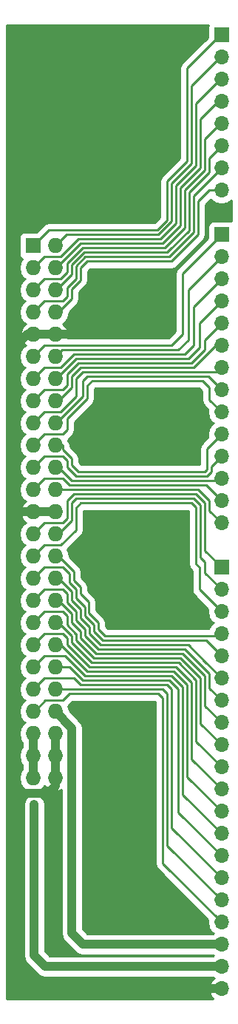
<source format=gbr>
G04 #@! TF.FileFunction,Copper,L2,Bot,Signal*
%FSLAX46Y46*%
G04 Gerber Fmt 4.6, Leading zero omitted, Abs format (unit mm)*
G04 Created by KiCad (PCBNEW 4.0.7) date 05/21/18 18:47:21*
%MOMM*%
%LPD*%
G01*
G04 APERTURE LIST*
%ADD10C,0.100000*%
%ADD11R,1.700000X1.700000*%
%ADD12O,1.700000X1.700000*%
%ADD13R,1.727200X1.727200*%
%ADD14O,1.727200X1.727200*%
%ADD15C,0.800000*%
%ADD16C,0.250000*%
%ADD17C,1.000000*%
%ADD18C,0.254000*%
G04 APERTURE END LIST*
D10*
D11*
X161925000Y-101600000D03*
D12*
X161925000Y-104140000D03*
X161925000Y-106680000D03*
X161925000Y-109220000D03*
X161925000Y-111760000D03*
X161925000Y-114300000D03*
X161925000Y-116840000D03*
X161925000Y-119380000D03*
X161925000Y-121920000D03*
X161925000Y-124460000D03*
X161925000Y-127000000D03*
X161925000Y-129540000D03*
X161925000Y-132080000D03*
X161925000Y-134620000D03*
X161925000Y-137160000D03*
X161925000Y-139700000D03*
X161925000Y-142240000D03*
X161925000Y-144780000D03*
X161925000Y-147320000D03*
X161925000Y-149860000D03*
D13*
X140335000Y-64770000D03*
D14*
X142875000Y-64770000D03*
X140335000Y-67310000D03*
X142875000Y-67310000D03*
X140335000Y-69850000D03*
X142875000Y-69850000D03*
X140335000Y-72390000D03*
X142875000Y-72390000D03*
X140335000Y-74930000D03*
X142875000Y-74930000D03*
X140335000Y-77470000D03*
X142875000Y-77470000D03*
X140335000Y-80010000D03*
X142875000Y-80010000D03*
X140335000Y-82550000D03*
X142875000Y-82550000D03*
X140335000Y-85090000D03*
X142875000Y-85090000D03*
X140335000Y-87630000D03*
X142875000Y-87630000D03*
X140335000Y-90170000D03*
X142875000Y-90170000D03*
X140335000Y-92710000D03*
X142875000Y-92710000D03*
X140335000Y-95250000D03*
X142875000Y-95250000D03*
X140335000Y-97790000D03*
X142875000Y-97790000D03*
X140335000Y-100330000D03*
X142875000Y-100330000D03*
X140335000Y-102870000D03*
X142875000Y-102870000D03*
X140335000Y-105410000D03*
X142875000Y-105410000D03*
X140335000Y-107950000D03*
X142875000Y-107950000D03*
X140335000Y-110490000D03*
X142875000Y-110490000D03*
X140335000Y-113030000D03*
X142875000Y-113030000D03*
X140335000Y-115570000D03*
X142875000Y-115570000D03*
X140335000Y-118110000D03*
X142875000Y-118110000D03*
X140335000Y-120650000D03*
X142875000Y-120650000D03*
X140335000Y-123190000D03*
X142875000Y-123190000D03*
X140335000Y-125730000D03*
X142875000Y-125730000D03*
D11*
X161925000Y-40640000D03*
D12*
X161925000Y-43180000D03*
X161925000Y-45720000D03*
X161925000Y-48260000D03*
X161925000Y-50800000D03*
X161925000Y-53340000D03*
X161925000Y-55880000D03*
X161925000Y-58420000D03*
D11*
X161925000Y-63500000D03*
D12*
X161925000Y-66040000D03*
X161925000Y-68580000D03*
X161925000Y-71120000D03*
X161925000Y-73660000D03*
X161925000Y-76200000D03*
X161925000Y-78740000D03*
X161925000Y-81280000D03*
X161925000Y-83820000D03*
X161925000Y-86360000D03*
X161925000Y-88900000D03*
X161925000Y-91440000D03*
X161925000Y-93980000D03*
X161925000Y-96520000D03*
D15*
X145034000Y-117856000D03*
X145034000Y-100076000D03*
X145034000Y-86868000D03*
X145288000Y-74930000D03*
X140462000Y-128778000D03*
D16*
X155702000Y-57404000D02*
X157988000Y-55118000D01*
X157988000Y-55118000D02*
X157988000Y-44450000D01*
X154178000Y-62992000D02*
X154557602Y-62992000D01*
X155702000Y-61847602D02*
X155702000Y-57404000D01*
X154557602Y-62992000D02*
X155702000Y-61847602D01*
X161925000Y-40640000D02*
X161798000Y-40640000D01*
X161798000Y-40640000D02*
X157988000Y-44450000D01*
X142113000Y-62992000D02*
X140335000Y-64770000D01*
X154178000Y-62992000D02*
X142113000Y-62992000D01*
X156210000Y-57658000D02*
X158496000Y-55372000D01*
X158496000Y-55372000D02*
X158496000Y-46482000D01*
X161925000Y-43180000D02*
X161798000Y-43180000D01*
X161798000Y-43180000D02*
X158496000Y-46482000D01*
X144145000Y-63500000D02*
X142875000Y-64770000D01*
X154686000Y-63500000D02*
X144145000Y-63500000D01*
X156210000Y-61976000D02*
X154686000Y-63500000D01*
X156210000Y-57658000D02*
X156210000Y-61976000D01*
X156718000Y-57912000D02*
X159004000Y-55626000D01*
X159004000Y-55626000D02*
X159004000Y-48514000D01*
X161925000Y-45720000D02*
X161798000Y-45720000D01*
X161798000Y-45720000D02*
X159004000Y-48514000D01*
X141605000Y-66040000D02*
X140335000Y-67310000D01*
X143510000Y-66040000D02*
X141605000Y-66040000D01*
X145542000Y-64008000D02*
X143510000Y-66040000D01*
X154940000Y-64008000D02*
X145542000Y-64008000D01*
X156718000Y-62230000D02*
X154940000Y-64008000D01*
X156718000Y-57912000D02*
X156718000Y-62230000D01*
X157226000Y-58166000D02*
X159512000Y-55880000D01*
X159512000Y-55880000D02*
X159512000Y-50292000D01*
X161925000Y-48260000D02*
X161544000Y-48260000D01*
X161544000Y-48260000D02*
X159512000Y-50292000D01*
X145796000Y-64516000D02*
X143002000Y-67310000D01*
X155194000Y-64516000D02*
X145796000Y-64516000D01*
X157226000Y-62484000D02*
X155194000Y-64516000D01*
X157226000Y-58166000D02*
X157226000Y-62484000D01*
X143002000Y-67310000D02*
X142875000Y-67310000D01*
X157734000Y-58420000D02*
X160020000Y-56134000D01*
X160020000Y-56134000D02*
X160020000Y-52520002D01*
X160020000Y-52520002D02*
X160020000Y-52578000D01*
X160020000Y-52578000D02*
X160020000Y-52520002D01*
X161925000Y-50800000D02*
X161740002Y-50800000D01*
X161740002Y-50800000D02*
X160020000Y-52520002D01*
X141605000Y-68580000D02*
X140335000Y-69850000D01*
X143510000Y-68580000D02*
X141605000Y-68580000D01*
X144272000Y-67818000D02*
X143510000Y-68580000D01*
X144272000Y-66802000D02*
X144272000Y-67818000D01*
X146050000Y-65024000D02*
X144272000Y-66802000D01*
X155448000Y-65024000D02*
X146050000Y-65024000D01*
X157734000Y-62738000D02*
X155448000Y-65024000D01*
X157734000Y-58420000D02*
X157734000Y-62738000D01*
X158184002Y-58674000D02*
X160528000Y-56330002D01*
X160528000Y-56330002D02*
X160528000Y-54737000D01*
X155956000Y-65278000D02*
X155702000Y-65532000D01*
X146188004Y-65532000D02*
X144780000Y-66940004D01*
X155702000Y-65532000D02*
X146188004Y-65532000D01*
X161925000Y-53340000D02*
X160528000Y-54737000D01*
X144780000Y-68072000D02*
X143002000Y-69850000D01*
X144780000Y-66940004D02*
X144780000Y-68072000D01*
X158184002Y-63049998D02*
X155956000Y-65278000D01*
X158184002Y-58674000D02*
X158184002Y-63049998D01*
X143002000Y-69850000D02*
X142875000Y-69850000D01*
X155956000Y-66040000D02*
X146558000Y-66040000D01*
X145288000Y-67068402D02*
X145288000Y-68580000D01*
X146316402Y-66040000D02*
X145288000Y-67068402D01*
X146558000Y-66040000D02*
X146316402Y-66040000D01*
X161925000Y-55880000D02*
X158750000Y-59055000D01*
X141605000Y-71120000D02*
X140335000Y-72390000D01*
X145288000Y-68580000D02*
X144272000Y-69596000D01*
X144272000Y-69596000D02*
X144272000Y-70612000D01*
X144272000Y-70612000D02*
X143764000Y-71120000D01*
X143764000Y-71120000D02*
X141605000Y-71120000D01*
X158750000Y-63246000D02*
X155956000Y-66040000D01*
X158750000Y-59055000D02*
X158750000Y-63246000D01*
X161925000Y-58420000D02*
X160528000Y-58420000D01*
X144780000Y-70866000D02*
X143256000Y-72390000D01*
X144780000Y-69724398D02*
X144780000Y-70866000D01*
X145796000Y-68708398D02*
X144780000Y-69724398D01*
X145796000Y-67310000D02*
X145796000Y-68708398D01*
X146558000Y-66548000D02*
X145796000Y-67310000D01*
X156210000Y-66548000D02*
X146558000Y-66548000D01*
X159258000Y-63500000D02*
X156210000Y-66548000D01*
X159258000Y-59690000D02*
X159258000Y-63500000D01*
X160528000Y-58420000D02*
X159258000Y-59690000D01*
X143256000Y-72390000D02*
X142875000Y-72390000D01*
D17*
X142875000Y-74930000D02*
X145288000Y-74930000D01*
X161925000Y-149860000D02*
X139700000Y-149860000D01*
X138430000Y-148590000D02*
X138430000Y-127508000D01*
X139700000Y-149860000D02*
X138430000Y-148590000D01*
X142875000Y-125730000D02*
X142875000Y-126619000D01*
X142875000Y-126619000D02*
X141986000Y-127508000D01*
X141986000Y-127508000D02*
X138430000Y-127508000D01*
X142875000Y-120650000D02*
X142875000Y-123190000D01*
X142875000Y-123190000D02*
X142875000Y-125730000D01*
X142875000Y-95250000D02*
X140335000Y-95250000D01*
X140335000Y-95250000D02*
X138430000Y-95250000D01*
X142875000Y-74930000D02*
X140335000Y-74930000D01*
X140335000Y-74930000D02*
X139700000Y-74930000D01*
X139700000Y-74930000D02*
X138430000Y-76200000D01*
X138430000Y-76200000D02*
X138430000Y-95250000D01*
X138430000Y-95250000D02*
X138430000Y-127508000D01*
D16*
X140335000Y-77470000D02*
X141605000Y-76200000D01*
X157480000Y-67945000D02*
X161925000Y-63500000D01*
X157480000Y-74930000D02*
X157480000Y-67945000D01*
X156210000Y-76200000D02*
X157480000Y-74930000D01*
X141605000Y-76200000D02*
X156210000Y-76200000D01*
X142875000Y-77470000D02*
X143637000Y-76708000D01*
X143637000Y-76708000D02*
X156972000Y-76708000D01*
X158115000Y-69850000D02*
X161925000Y-66040000D01*
X158115000Y-75565000D02*
X158115000Y-69850000D01*
X156972000Y-76708000D02*
X158115000Y-75565000D01*
X143510000Y-78740000D02*
X145034000Y-77216000D01*
X145034000Y-77216000D02*
X157734000Y-77216000D01*
X140335000Y-80010000D02*
X141605000Y-78740000D01*
X158750000Y-71755000D02*
X161925000Y-68580000D01*
X158750000Y-76200000D02*
X158750000Y-71755000D01*
X157734000Y-77216000D02*
X158750000Y-76200000D01*
X141605000Y-78740000D02*
X143510000Y-78740000D01*
X159385000Y-76454000D02*
X158115000Y-77724000D01*
X158115000Y-77724000D02*
X157988000Y-77724000D01*
X142875000Y-80010000D02*
X143383000Y-79502000D01*
X143383000Y-79502000D02*
X143510000Y-79502000D01*
X143510000Y-79502000D02*
X145288000Y-77724000D01*
X145288000Y-77724000D02*
X157988000Y-77724000D01*
X159385000Y-73660000D02*
X161925000Y-71120000D01*
X159385000Y-76454000D02*
X159385000Y-73660000D01*
X143764000Y-81280000D02*
X144272000Y-80772000D01*
X158496000Y-78232000D02*
X160020000Y-76708000D01*
X145542000Y-78232000D02*
X158496000Y-78232000D01*
X144272000Y-79502000D02*
X145542000Y-78232000D01*
X144272000Y-80772000D02*
X144272000Y-79502000D01*
X140335000Y-82550000D02*
X141605000Y-81280000D01*
X160020000Y-75565000D02*
X161925000Y-73660000D01*
X160020000Y-76708000D02*
X160020000Y-75565000D01*
X141605000Y-81280000D02*
X143764000Y-81280000D01*
X142875000Y-82550000D02*
X143256000Y-82550000D01*
X143256000Y-82550000D02*
X144780000Y-81026000D01*
X158750000Y-78740000D02*
X161290000Y-76200000D01*
X145796000Y-78740000D02*
X158750000Y-78740000D01*
X144780000Y-79756000D02*
X145796000Y-78740000D01*
X144780000Y-81026000D02*
X144780000Y-79756000D01*
X161290000Y-76200000D02*
X161925000Y-76200000D01*
X143510000Y-83820000D02*
X145288000Y-82042000D01*
X146050000Y-79248000D02*
X161417000Y-79248000D01*
X145288000Y-80010000D02*
X146050000Y-79248000D01*
X145288000Y-82042000D02*
X145288000Y-80010000D01*
X161417000Y-79248000D02*
X161925000Y-78740000D01*
X140335000Y-85090000D02*
X141605000Y-83820000D01*
X141605000Y-83820000D02*
X143510000Y-83820000D01*
X146050000Y-82042000D02*
X146050000Y-80264000D01*
X160401000Y-79756000D02*
X161925000Y-81280000D01*
X146558000Y-79756000D02*
X160401000Y-79756000D01*
X146050000Y-80264000D02*
X146558000Y-79756000D01*
X142875000Y-85090000D02*
X143002000Y-85090000D01*
X143002000Y-85090000D02*
X146050000Y-82042000D01*
X143764000Y-86360000D02*
X144272000Y-85852000D01*
X160528000Y-81026000D02*
X160528000Y-82423000D01*
X159708002Y-80206002D02*
X160528000Y-81026000D01*
X147123998Y-80206002D02*
X159708002Y-80206002D01*
X146558000Y-80772000D02*
X147123998Y-80206002D01*
X146558000Y-82296000D02*
X146558000Y-80772000D01*
X144272000Y-84582000D02*
X146558000Y-82296000D01*
X144272000Y-85852000D02*
X144272000Y-84582000D01*
X160528000Y-82423000D02*
X161925000Y-83820000D01*
X140335000Y-87630000D02*
X141605000Y-86360000D01*
X141605000Y-86360000D02*
X143764000Y-86360000D01*
X142875000Y-87630000D02*
X143764000Y-87630000D01*
X160274000Y-88011000D02*
X161925000Y-86360000D01*
X160274000Y-90424000D02*
X160274000Y-88011000D01*
X160020000Y-90678000D02*
X160274000Y-90424000D01*
X145542000Y-90678000D02*
X160020000Y-90678000D01*
X144780000Y-89916000D02*
X145542000Y-90678000D01*
X144780000Y-89154000D02*
X144780000Y-89916000D01*
X143764000Y-88138000D02*
X144780000Y-89154000D01*
X143764000Y-87630000D02*
X143764000Y-88138000D01*
X143764000Y-88900000D02*
X144272000Y-89408000D01*
X144272000Y-89408000D02*
X144272000Y-90170000D01*
X160782000Y-90043000D02*
X161925000Y-88900000D01*
X160782000Y-90678000D02*
X160782000Y-90043000D01*
X160274000Y-91186000D02*
X160782000Y-90678000D01*
X145288000Y-91186000D02*
X160274000Y-91186000D01*
X144272000Y-90170000D02*
X145288000Y-91186000D01*
X140335000Y-90170000D02*
X141605000Y-88900000D01*
X141605000Y-88900000D02*
X143764000Y-88900000D01*
X142875000Y-90170000D02*
X143256000Y-90170000D01*
X143256000Y-90170000D02*
X144780000Y-91694000D01*
X144780000Y-91694000D02*
X161671000Y-91694000D01*
X161671000Y-91694000D02*
X161925000Y-91440000D01*
X143764000Y-91440000D02*
X144526000Y-92202000D01*
X160147000Y-92202000D02*
X161925000Y-93980000D01*
X159004000Y-92202000D02*
X160147000Y-92202000D01*
X144526000Y-92202000D02*
X159004000Y-92202000D01*
X141605000Y-91440000D02*
X140335000Y-92710000D01*
X143764000Y-91440000D02*
X141605000Y-91440000D01*
X156210000Y-92710000D02*
X159258000Y-92710000D01*
X160528000Y-95123000D02*
X161925000Y-96520000D01*
X160528000Y-93980000D02*
X160528000Y-95123000D01*
X159258000Y-92710000D02*
X160528000Y-93980000D01*
X142875000Y-92710000D02*
X156210000Y-92710000D01*
X143764000Y-96520000D02*
X144272000Y-96012000D01*
X160020000Y-94234000D02*
X160020000Y-99695000D01*
X159004000Y-93218000D02*
X160020000Y-94234000D01*
X145034000Y-93218000D02*
X159004000Y-93218000D01*
X144272000Y-93980000D02*
X145034000Y-93218000D01*
X144272000Y-96012000D02*
X144272000Y-93980000D01*
X140335000Y-97790000D02*
X141605000Y-96520000D01*
X160020000Y-99695000D02*
X161925000Y-101600000D01*
X141605000Y-96520000D02*
X143764000Y-96520000D01*
X142875000Y-97790000D02*
X143256000Y-97790000D01*
X143256000Y-97790000D02*
X144780000Y-96266000D01*
X159512000Y-94488000D02*
X159512000Y-100457000D01*
X158750000Y-93726000D02*
X159512000Y-94488000D01*
X145288000Y-93726000D02*
X158750000Y-93726000D01*
X144780000Y-94234000D02*
X145288000Y-93726000D01*
X144780000Y-96266000D02*
X144780000Y-94234000D01*
X160020000Y-102235000D02*
X161925000Y-104140000D01*
X160020000Y-100965000D02*
X160020000Y-102235000D01*
X159512000Y-100457000D02*
X160020000Y-100965000D01*
X143510000Y-99060000D02*
X145230002Y-97339998D01*
X159004000Y-94742000D02*
X159004000Y-101219000D01*
X158496000Y-94234000D02*
X159004000Y-94742000D01*
X145796000Y-94234000D02*
X158496000Y-94234000D01*
X145230002Y-94799998D02*
X145796000Y-94234000D01*
X145230002Y-97339998D02*
X145230002Y-94799998D01*
X140335000Y-100330000D02*
X141605000Y-99060000D01*
X159385000Y-104140000D02*
X161925000Y-106680000D01*
X159385000Y-101600000D02*
X159385000Y-104140000D01*
X159004000Y-101219000D02*
X159385000Y-101600000D01*
X141605000Y-99060000D02*
X143510000Y-99060000D01*
X147828000Y-107950000D02*
X147828000Y-108712000D01*
X148590000Y-109474000D02*
X149860000Y-109474000D01*
X147828000Y-108712000D02*
X148590000Y-109474000D01*
X142875000Y-100330000D02*
X143256000Y-100330000D01*
X143256000Y-100330000D02*
X144976002Y-102050002D01*
X149860000Y-109474000D02*
X161671000Y-109474000D01*
X146696004Y-106818004D02*
X147828000Y-107950000D01*
X146696004Y-105548004D02*
X146696004Y-106818004D01*
X145796000Y-104648000D02*
X146696004Y-105548004D01*
X145796000Y-103886000D02*
X145796000Y-104648000D01*
X144976002Y-103066002D02*
X145796000Y-103886000D01*
X144976002Y-102050002D02*
X144976002Y-103066002D01*
X161671000Y-109474000D02*
X161925000Y-109220000D01*
X143764000Y-101600000D02*
X144526000Y-102362000D01*
X160147000Y-109982000D02*
X161925000Y-111760000D01*
X148336000Y-109982000D02*
X160147000Y-109982000D01*
X147320000Y-108966000D02*
X148336000Y-109982000D01*
X147320000Y-108204000D02*
X147320000Y-108966000D01*
X146246002Y-107130002D02*
X147320000Y-108204000D01*
X146246002Y-106114002D02*
X146246002Y-107130002D01*
X145288000Y-105156000D02*
X146246002Y-106114002D01*
X145288000Y-104140000D02*
X145288000Y-105156000D01*
X144526000Y-103378000D02*
X145288000Y-104140000D01*
X144526000Y-102362000D02*
X144526000Y-103378000D01*
X140335000Y-102870000D02*
X141605000Y-101600000D01*
X141605000Y-101600000D02*
X143764000Y-101600000D01*
X142875000Y-102870000D02*
X143256000Y-102870000D01*
X143256000Y-102870000D02*
X144780000Y-104394000D01*
X158115000Y-110490000D02*
X160020000Y-112395000D01*
X148082000Y-110490000D02*
X158115000Y-110490000D01*
X146812000Y-109220000D02*
X148082000Y-110490000D01*
X146812000Y-108458000D02*
X146812000Y-109220000D01*
X145796000Y-107442000D02*
X146812000Y-108458000D01*
X145796000Y-106426000D02*
X145796000Y-107442000D01*
X144780000Y-105410000D02*
X145796000Y-106426000D01*
X144780000Y-104394000D02*
X144780000Y-105410000D01*
X160020000Y-112395000D02*
X161925000Y-114300000D01*
X156464000Y-110998000D02*
X157734000Y-110998000D01*
X160528000Y-113792000D02*
X160528000Y-115443000D01*
X157734000Y-110998000D02*
X160528000Y-113792000D01*
X160528000Y-115443000D02*
X161925000Y-116840000D01*
X144272000Y-104648000D02*
X144272000Y-105664000D01*
X144272000Y-105664000D02*
X145288000Y-106680000D01*
X145288000Y-106680000D02*
X145288000Y-107696000D01*
X145288000Y-107696000D02*
X146304000Y-108712000D01*
X146304000Y-108712000D02*
X146304000Y-109474000D01*
X146304000Y-109474000D02*
X147828000Y-110998000D01*
X147828000Y-110998000D02*
X156464000Y-110998000D01*
X144272000Y-104648000D02*
X143764000Y-104140000D01*
X140335000Y-105410000D02*
X141605000Y-104140000D01*
X141605000Y-104140000D02*
X143764000Y-104140000D01*
X160020000Y-116840000D02*
X160020000Y-117475000D01*
X160020000Y-117475000D02*
X161925000Y-119380000D01*
X156210000Y-111506000D02*
X157480000Y-111506000D01*
X160020000Y-114046000D02*
X160020000Y-116840000D01*
X157480000Y-111506000D02*
X160020000Y-114046000D01*
X144780000Y-106934000D02*
X144780000Y-107950000D01*
X144780000Y-107950000D02*
X145796000Y-108966000D01*
X145796000Y-108966000D02*
X145796000Y-109728000D01*
X145796000Y-109728000D02*
X147574000Y-111506000D01*
X147574000Y-111506000D02*
X156210000Y-111506000D01*
X144780000Y-106934000D02*
X143256000Y-105410000D01*
X142875000Y-105410000D02*
X143256000Y-105410000D01*
X160020000Y-117475000D02*
X161925000Y-119380000D01*
X155956000Y-112014000D02*
X157226000Y-112014000D01*
X159512000Y-114300000D02*
X159512000Y-119507000D01*
X157226000Y-112014000D02*
X159512000Y-114300000D01*
X144272000Y-107188000D02*
X144272000Y-108204000D01*
X144272000Y-108204000D02*
X145225199Y-109157199D01*
X145225199Y-109157199D02*
X145288000Y-109220000D01*
X145288000Y-109220000D02*
X145288000Y-109982000D01*
X145288000Y-109982000D02*
X147320000Y-112014000D01*
X147320000Y-112014000D02*
X155956000Y-112014000D01*
X144272000Y-107188000D02*
X143764000Y-106680000D01*
X140335000Y-107950000D02*
X141605000Y-106680000D01*
X141605000Y-106680000D02*
X143764000Y-106680000D01*
X159512000Y-119507000D02*
X161925000Y-121920000D01*
X146050000Y-111506000D02*
X147066000Y-112522000D01*
X155702000Y-112522000D02*
X157029998Y-112522000D01*
X159004000Y-114496002D02*
X159004000Y-121539000D01*
X157029998Y-112522000D02*
X159004000Y-114496002D01*
X142875000Y-107950000D02*
X143256000Y-107950000D01*
X143256000Y-107950000D02*
X144780000Y-109474000D01*
X147066000Y-112522000D02*
X155702000Y-112522000D01*
X144780000Y-110236000D02*
X146050000Y-111506000D01*
X144780000Y-109474000D02*
X144780000Y-110236000D01*
X159004000Y-121539000D02*
X161925000Y-124460000D01*
X145484002Y-111702002D02*
X146812000Y-113030000D01*
X155194000Y-113030000D02*
X156718000Y-113030000D01*
X158496000Y-114808000D02*
X158496000Y-123571000D01*
X156718000Y-113030000D02*
X158496000Y-114808000D01*
X158496000Y-123571000D02*
X158496000Y-123444000D01*
X158496000Y-123444000D02*
X158496000Y-123571000D01*
X144272000Y-109728000D02*
X144272000Y-110490000D01*
X144272000Y-110490000D02*
X145484002Y-111702002D01*
X146812000Y-113030000D02*
X155194000Y-113030000D01*
X144272000Y-109728000D02*
X143764000Y-109220000D01*
X140335000Y-110490000D02*
X141605000Y-109220000D01*
X141605000Y-109220000D02*
X143764000Y-109220000D01*
X158496000Y-123571000D02*
X161925000Y-127000000D01*
X145034000Y-112014000D02*
X146558000Y-113538000D01*
X154686000Y-113538000D02*
X156464000Y-113538000D01*
X157988000Y-115062000D02*
X157988000Y-125603000D01*
X156464000Y-113538000D02*
X157988000Y-115062000D01*
X142875000Y-110490000D02*
X143510000Y-110490000D01*
X143510000Y-110490000D02*
X145034000Y-112014000D01*
X146558000Y-113538000D02*
X154686000Y-113538000D01*
X157988000Y-125603000D02*
X161925000Y-129540000D01*
X144526000Y-112268000D02*
X146304000Y-114046000D01*
X154432000Y-114046000D02*
X156210000Y-114046000D01*
X157480000Y-115316000D02*
X157480000Y-127635000D01*
X156210000Y-114046000D02*
X157480000Y-115316000D01*
X146304000Y-114046000D02*
X154432000Y-114046000D01*
X144526000Y-112268000D02*
X144018000Y-111760000D01*
X140335000Y-113030000D02*
X141605000Y-111760000D01*
X141605000Y-111760000D02*
X144018000Y-111760000D01*
X157480000Y-127635000D02*
X161925000Y-132080000D01*
X142875000Y-113030000D02*
X144526000Y-113030000D01*
X144526000Y-113030000D02*
X146050000Y-114554000D01*
X154178000Y-114554000D02*
X155956000Y-114554000D01*
X156972000Y-129667000D02*
X161925000Y-134620000D01*
X146050000Y-114554000D02*
X154178000Y-114554000D01*
X155956000Y-114554000D02*
X156972000Y-115570000D01*
X156972000Y-115570000D02*
X156972000Y-129667000D01*
X142875000Y-113030000D02*
X143256000Y-113030000D01*
X143764000Y-114300000D02*
X144976002Y-114300000D01*
X144976002Y-114300000D02*
X145738002Y-115062000D01*
X153797000Y-115062000D02*
X155702000Y-115062000D01*
X156210000Y-115570000D02*
X156210000Y-131445000D01*
X155702000Y-115062000D02*
X156210000Y-115570000D01*
X145738002Y-115062000D02*
X153797000Y-115062000D01*
X140335000Y-115570000D02*
X141605000Y-114300000D01*
X156210000Y-131445000D02*
X161925000Y-137160000D01*
X141605000Y-114300000D02*
X143764000Y-114300000D01*
X153162000Y-115570000D02*
X155194000Y-115570000D01*
X155702000Y-116078000D02*
X155702000Y-133477000D01*
X155194000Y-115570000D02*
X155702000Y-116078000D01*
X152400000Y-115570000D02*
X153162000Y-115570000D01*
X142875000Y-115570000D02*
X152400000Y-115570000D01*
X155702000Y-133477000D02*
X161925000Y-139700000D01*
X143764000Y-116840000D02*
X144526000Y-116078000D01*
X155194000Y-116586000D02*
X155194000Y-117544002D01*
X154686000Y-116078000D02*
X155194000Y-116586000D01*
X144526000Y-116078000D02*
X154686000Y-116078000D01*
X140335000Y-118110000D02*
X140335000Y-117983000D01*
X140335000Y-117983000D02*
X140589000Y-117983000D01*
X140589000Y-117983000D02*
X141732000Y-116840000D01*
X141732000Y-116840000D02*
X143764000Y-116840000D01*
X155194000Y-117544002D02*
X155194000Y-135509000D01*
X155194000Y-135509000D02*
X161925000Y-142240000D01*
D17*
X156210000Y-144780000D02*
X146050000Y-144780000D01*
X144780000Y-120015000D02*
X142875000Y-118110000D01*
X144780000Y-143510000D02*
X144780000Y-120015000D01*
X146050000Y-144780000D02*
X144780000Y-143510000D01*
X156210000Y-144780000D02*
X161925000Y-144780000D01*
X141732000Y-147320000D02*
X161925000Y-147320000D01*
X140462000Y-146050000D02*
X141732000Y-147320000D01*
X140462000Y-128778000D02*
X140462000Y-146050000D01*
X140335000Y-120650000D02*
X140335000Y-123190000D01*
X140335000Y-123190000D02*
X140335000Y-125730000D01*
D18*
G36*
X160333758Y-39790000D02*
X160333758Y-40899332D01*
X157385545Y-43847545D01*
X157200855Y-44123954D01*
X157136000Y-44450000D01*
X157136000Y-54765090D01*
X155099545Y-56801545D01*
X154914855Y-57077954D01*
X154850000Y-57404000D01*
X154850000Y-61494692D01*
X154204692Y-62140000D01*
X142113000Y-62140000D01*
X141786954Y-62204855D01*
X141510545Y-62389545D01*
X140734932Y-63165158D01*
X139471400Y-63165158D01*
X139201990Y-63215851D01*
X138954554Y-63375072D01*
X138788557Y-63618015D01*
X138730158Y-63906400D01*
X138730158Y-65633600D01*
X138780851Y-65903010D01*
X138940072Y-66150446D01*
X139120165Y-66273499D01*
X138834315Y-66701304D01*
X138713238Y-67310000D01*
X138834315Y-67918696D01*
X139179114Y-68434724D01*
X139396535Y-68580000D01*
X139179114Y-68725276D01*
X138834315Y-69241304D01*
X138713238Y-69850000D01*
X138834315Y-70458696D01*
X139179114Y-70974724D01*
X139396535Y-71120000D01*
X139179114Y-71265276D01*
X138834315Y-71781304D01*
X138713238Y-72390000D01*
X138834315Y-72998696D01*
X139179114Y-73514724D01*
X139472711Y-73710899D01*
X139446510Y-73723179D01*
X139052312Y-74155053D01*
X138880042Y-74570974D01*
X139001183Y-74803000D01*
X140208000Y-74803000D01*
X140208000Y-74783000D01*
X140462000Y-74783000D01*
X140462000Y-74803000D01*
X142748000Y-74803000D01*
X142748000Y-74783000D01*
X143002000Y-74783000D01*
X143002000Y-74803000D01*
X144208817Y-74803000D01*
X144329958Y-74570974D01*
X144157688Y-74155053D01*
X143763490Y-73723179D01*
X143737289Y-73710899D01*
X144030886Y-73514724D01*
X144375685Y-72998696D01*
X144496762Y-72390000D01*
X144490814Y-72360096D01*
X145382455Y-71468455D01*
X145567145Y-71192047D01*
X145632000Y-70866000D01*
X145632000Y-70077308D01*
X146398455Y-69310853D01*
X146583145Y-69034444D01*
X146648000Y-68708398D01*
X146648000Y-67662910D01*
X146910910Y-67400000D01*
X156210000Y-67400000D01*
X156536046Y-67335145D01*
X156812455Y-67150455D01*
X159860455Y-64102455D01*
X160045145Y-63826046D01*
X160110000Y-63500000D01*
X160110000Y-60042910D01*
X160714432Y-59438478D01*
X160778998Y-59535107D01*
X161290613Y-59876958D01*
X161894105Y-59997000D01*
X161955895Y-59997000D01*
X162559387Y-59876958D01*
X163028000Y-59563840D01*
X163028000Y-61959991D01*
X162775000Y-61908758D01*
X161075000Y-61908758D01*
X160805590Y-61959451D01*
X160558154Y-62118672D01*
X160392157Y-62361615D01*
X160333758Y-62650000D01*
X160333758Y-63886332D01*
X156877545Y-67342545D01*
X156692855Y-67618954D01*
X156628000Y-67945000D01*
X156628000Y-74577090D01*
X155857090Y-75348000D01*
X144305532Y-75348000D01*
X144329958Y-75289026D01*
X144208817Y-75057000D01*
X143002000Y-75057000D01*
X143002000Y-75077000D01*
X142748000Y-75077000D01*
X142748000Y-75057000D01*
X140462000Y-75057000D01*
X140462000Y-75077000D01*
X140208000Y-75077000D01*
X140208000Y-75057000D01*
X139001183Y-75057000D01*
X138880042Y-75289026D01*
X139052312Y-75704947D01*
X139446510Y-76136821D01*
X139472711Y-76149101D01*
X139179114Y-76345276D01*
X138834315Y-76861304D01*
X138713238Y-77470000D01*
X138834315Y-78078696D01*
X139179114Y-78594724D01*
X139396535Y-78740000D01*
X139179114Y-78885276D01*
X138834315Y-79401304D01*
X138713238Y-80010000D01*
X138834315Y-80618696D01*
X139179114Y-81134724D01*
X139396535Y-81280000D01*
X139179114Y-81425276D01*
X138834315Y-81941304D01*
X138713238Y-82550000D01*
X138834315Y-83158696D01*
X139179114Y-83674724D01*
X139396535Y-83820000D01*
X139179114Y-83965276D01*
X138834315Y-84481304D01*
X138713238Y-85090000D01*
X138834315Y-85698696D01*
X139179114Y-86214724D01*
X139396535Y-86360000D01*
X139179114Y-86505276D01*
X138834315Y-87021304D01*
X138713238Y-87630000D01*
X138834315Y-88238696D01*
X139179114Y-88754724D01*
X139396535Y-88900000D01*
X139179114Y-89045276D01*
X138834315Y-89561304D01*
X138713238Y-90170000D01*
X138834315Y-90778696D01*
X139179114Y-91294724D01*
X139396535Y-91440000D01*
X139179114Y-91585276D01*
X138834315Y-92101304D01*
X138713238Y-92710000D01*
X138834315Y-93318696D01*
X139179114Y-93834724D01*
X139472711Y-94030899D01*
X139446510Y-94043179D01*
X139052312Y-94475053D01*
X138880042Y-94890974D01*
X139001183Y-95123000D01*
X140208000Y-95123000D01*
X140208000Y-95103000D01*
X140462000Y-95103000D01*
X140462000Y-95123000D01*
X142748000Y-95123000D01*
X142748000Y-95103000D01*
X143002000Y-95103000D01*
X143002000Y-95123000D01*
X143022000Y-95123000D01*
X143022000Y-95377000D01*
X143002000Y-95377000D01*
X143002000Y-95397000D01*
X142748000Y-95397000D01*
X142748000Y-95377000D01*
X140462000Y-95377000D01*
X140462000Y-95397000D01*
X140208000Y-95397000D01*
X140208000Y-95377000D01*
X139001183Y-95377000D01*
X138880042Y-95609026D01*
X139052312Y-96024947D01*
X139446510Y-96456821D01*
X139472711Y-96469101D01*
X139179114Y-96665276D01*
X138834315Y-97181304D01*
X138713238Y-97790000D01*
X138834315Y-98398696D01*
X139179114Y-98914724D01*
X139396535Y-99060000D01*
X139179114Y-99205276D01*
X138834315Y-99721304D01*
X138713238Y-100330000D01*
X138834315Y-100938696D01*
X139179114Y-101454724D01*
X139396535Y-101600000D01*
X139179114Y-101745276D01*
X138834315Y-102261304D01*
X138713238Y-102870000D01*
X138834315Y-103478696D01*
X139179114Y-103994724D01*
X139396535Y-104140000D01*
X139179114Y-104285276D01*
X138834315Y-104801304D01*
X138713238Y-105410000D01*
X138834315Y-106018696D01*
X139179114Y-106534724D01*
X139396535Y-106680000D01*
X139179114Y-106825276D01*
X138834315Y-107341304D01*
X138713238Y-107950000D01*
X138834315Y-108558696D01*
X139179114Y-109074724D01*
X139396535Y-109220000D01*
X139179114Y-109365276D01*
X138834315Y-109881304D01*
X138713238Y-110490000D01*
X138834315Y-111098696D01*
X139179114Y-111614724D01*
X139396535Y-111760000D01*
X139179114Y-111905276D01*
X138834315Y-112421304D01*
X138713238Y-113030000D01*
X138834315Y-113638696D01*
X139179114Y-114154724D01*
X139396535Y-114300000D01*
X139179114Y-114445276D01*
X138834315Y-114961304D01*
X138713238Y-115570000D01*
X138834315Y-116178696D01*
X139179114Y-116694724D01*
X139396535Y-116840000D01*
X139179114Y-116985276D01*
X138834315Y-117501304D01*
X138713238Y-118110000D01*
X138834315Y-118718696D01*
X139179114Y-119234724D01*
X139396535Y-119380000D01*
X139179114Y-119525276D01*
X138834315Y-120041304D01*
X138713238Y-120650000D01*
X138834315Y-121258696D01*
X139108000Y-121668294D01*
X139108000Y-122171706D01*
X138834315Y-122581304D01*
X138713238Y-123190000D01*
X138834315Y-123798696D01*
X139108000Y-124208294D01*
X139108000Y-124711706D01*
X138834315Y-125121304D01*
X138713238Y-125730000D01*
X138834315Y-126338696D01*
X139179114Y-126854724D01*
X139695142Y-127199523D01*
X140303838Y-127320600D01*
X140366162Y-127320600D01*
X140974858Y-127199523D01*
X141490886Y-126854724D01*
X141668689Y-126588624D01*
X141986510Y-126936821D01*
X142515973Y-127184968D01*
X142748000Y-127064469D01*
X142748000Y-125857000D01*
X142728000Y-125857000D01*
X142728000Y-125603000D01*
X142748000Y-125603000D01*
X142748000Y-123317000D01*
X142728000Y-123317000D01*
X142728000Y-123063000D01*
X142748000Y-123063000D01*
X142748000Y-120777000D01*
X142728000Y-120777000D01*
X142728000Y-120523000D01*
X142748000Y-120523000D01*
X142748000Y-120503000D01*
X143002000Y-120503000D01*
X143002000Y-120523000D01*
X143022000Y-120523000D01*
X143022000Y-120777000D01*
X143002000Y-120777000D01*
X143002000Y-123063000D01*
X143022000Y-123063000D01*
X143022000Y-123317000D01*
X143002000Y-123317000D01*
X143002000Y-125603000D01*
X143022000Y-125603000D01*
X143022000Y-125857000D01*
X143002000Y-125857000D01*
X143002000Y-127064469D01*
X143234027Y-127184968D01*
X143553000Y-127035473D01*
X143553000Y-143510000D01*
X143646400Y-143979553D01*
X143867497Y-144310448D01*
X143912380Y-144377620D01*
X145182380Y-145647620D01*
X145580447Y-145913600D01*
X146050000Y-146007000D01*
X160946457Y-146007000D01*
X161010811Y-146050000D01*
X160946457Y-146093000D01*
X142240240Y-146093000D01*
X141689000Y-145541760D01*
X141689000Y-128778000D01*
X141595600Y-128308447D01*
X141329620Y-127910380D01*
X140931553Y-127644400D01*
X140462000Y-127551000D01*
X139992447Y-127644400D01*
X139594380Y-127910380D01*
X139328400Y-128308447D01*
X139235000Y-128778000D01*
X139235000Y-146050000D01*
X139328400Y-146519553D01*
X139549497Y-146850448D01*
X139594380Y-146917620D01*
X140864380Y-148187620D01*
X141262447Y-148453600D01*
X141732000Y-148547000D01*
X160946457Y-148547000D01*
X161090118Y-148642991D01*
X161043642Y-148664817D01*
X160653355Y-149093076D01*
X160483524Y-149503110D01*
X160604845Y-149733000D01*
X161798000Y-149733000D01*
X161798000Y-149713000D01*
X162052000Y-149713000D01*
X162052000Y-149733000D01*
X162072000Y-149733000D01*
X162072000Y-149987000D01*
X162052000Y-149987000D01*
X162052000Y-150007000D01*
X161798000Y-150007000D01*
X161798000Y-149987000D01*
X160604845Y-149987000D01*
X160483524Y-150216890D01*
X160653355Y-150626924D01*
X160959632Y-150963000D01*
X137327000Y-150963000D01*
X137327000Y-39537000D01*
X160384991Y-39537000D01*
X160333758Y-39790000D01*
X160333758Y-39790000D01*
G37*
X160333758Y-39790000D02*
X160333758Y-40899332D01*
X157385545Y-43847545D01*
X157200855Y-44123954D01*
X157136000Y-44450000D01*
X157136000Y-54765090D01*
X155099545Y-56801545D01*
X154914855Y-57077954D01*
X154850000Y-57404000D01*
X154850000Y-61494692D01*
X154204692Y-62140000D01*
X142113000Y-62140000D01*
X141786954Y-62204855D01*
X141510545Y-62389545D01*
X140734932Y-63165158D01*
X139471400Y-63165158D01*
X139201990Y-63215851D01*
X138954554Y-63375072D01*
X138788557Y-63618015D01*
X138730158Y-63906400D01*
X138730158Y-65633600D01*
X138780851Y-65903010D01*
X138940072Y-66150446D01*
X139120165Y-66273499D01*
X138834315Y-66701304D01*
X138713238Y-67310000D01*
X138834315Y-67918696D01*
X139179114Y-68434724D01*
X139396535Y-68580000D01*
X139179114Y-68725276D01*
X138834315Y-69241304D01*
X138713238Y-69850000D01*
X138834315Y-70458696D01*
X139179114Y-70974724D01*
X139396535Y-71120000D01*
X139179114Y-71265276D01*
X138834315Y-71781304D01*
X138713238Y-72390000D01*
X138834315Y-72998696D01*
X139179114Y-73514724D01*
X139472711Y-73710899D01*
X139446510Y-73723179D01*
X139052312Y-74155053D01*
X138880042Y-74570974D01*
X139001183Y-74803000D01*
X140208000Y-74803000D01*
X140208000Y-74783000D01*
X140462000Y-74783000D01*
X140462000Y-74803000D01*
X142748000Y-74803000D01*
X142748000Y-74783000D01*
X143002000Y-74783000D01*
X143002000Y-74803000D01*
X144208817Y-74803000D01*
X144329958Y-74570974D01*
X144157688Y-74155053D01*
X143763490Y-73723179D01*
X143737289Y-73710899D01*
X144030886Y-73514724D01*
X144375685Y-72998696D01*
X144496762Y-72390000D01*
X144490814Y-72360096D01*
X145382455Y-71468455D01*
X145567145Y-71192047D01*
X145632000Y-70866000D01*
X145632000Y-70077308D01*
X146398455Y-69310853D01*
X146583145Y-69034444D01*
X146648000Y-68708398D01*
X146648000Y-67662910D01*
X146910910Y-67400000D01*
X156210000Y-67400000D01*
X156536046Y-67335145D01*
X156812455Y-67150455D01*
X159860455Y-64102455D01*
X160045145Y-63826046D01*
X160110000Y-63500000D01*
X160110000Y-60042910D01*
X160714432Y-59438478D01*
X160778998Y-59535107D01*
X161290613Y-59876958D01*
X161894105Y-59997000D01*
X161955895Y-59997000D01*
X162559387Y-59876958D01*
X163028000Y-59563840D01*
X163028000Y-61959991D01*
X162775000Y-61908758D01*
X161075000Y-61908758D01*
X160805590Y-61959451D01*
X160558154Y-62118672D01*
X160392157Y-62361615D01*
X160333758Y-62650000D01*
X160333758Y-63886332D01*
X156877545Y-67342545D01*
X156692855Y-67618954D01*
X156628000Y-67945000D01*
X156628000Y-74577090D01*
X155857090Y-75348000D01*
X144305532Y-75348000D01*
X144329958Y-75289026D01*
X144208817Y-75057000D01*
X143002000Y-75057000D01*
X143002000Y-75077000D01*
X142748000Y-75077000D01*
X142748000Y-75057000D01*
X140462000Y-75057000D01*
X140462000Y-75077000D01*
X140208000Y-75077000D01*
X140208000Y-75057000D01*
X139001183Y-75057000D01*
X138880042Y-75289026D01*
X139052312Y-75704947D01*
X139446510Y-76136821D01*
X139472711Y-76149101D01*
X139179114Y-76345276D01*
X138834315Y-76861304D01*
X138713238Y-77470000D01*
X138834315Y-78078696D01*
X139179114Y-78594724D01*
X139396535Y-78740000D01*
X139179114Y-78885276D01*
X138834315Y-79401304D01*
X138713238Y-80010000D01*
X138834315Y-80618696D01*
X139179114Y-81134724D01*
X139396535Y-81280000D01*
X139179114Y-81425276D01*
X138834315Y-81941304D01*
X138713238Y-82550000D01*
X138834315Y-83158696D01*
X139179114Y-83674724D01*
X139396535Y-83820000D01*
X139179114Y-83965276D01*
X138834315Y-84481304D01*
X138713238Y-85090000D01*
X138834315Y-85698696D01*
X139179114Y-86214724D01*
X139396535Y-86360000D01*
X139179114Y-86505276D01*
X138834315Y-87021304D01*
X138713238Y-87630000D01*
X138834315Y-88238696D01*
X139179114Y-88754724D01*
X139396535Y-88900000D01*
X139179114Y-89045276D01*
X138834315Y-89561304D01*
X138713238Y-90170000D01*
X138834315Y-90778696D01*
X139179114Y-91294724D01*
X139396535Y-91440000D01*
X139179114Y-91585276D01*
X138834315Y-92101304D01*
X138713238Y-92710000D01*
X138834315Y-93318696D01*
X139179114Y-93834724D01*
X139472711Y-94030899D01*
X139446510Y-94043179D01*
X139052312Y-94475053D01*
X138880042Y-94890974D01*
X139001183Y-95123000D01*
X140208000Y-95123000D01*
X140208000Y-95103000D01*
X140462000Y-95103000D01*
X140462000Y-95123000D01*
X142748000Y-95123000D01*
X142748000Y-95103000D01*
X143002000Y-95103000D01*
X143002000Y-95123000D01*
X143022000Y-95123000D01*
X143022000Y-95377000D01*
X143002000Y-95377000D01*
X143002000Y-95397000D01*
X142748000Y-95397000D01*
X142748000Y-95377000D01*
X140462000Y-95377000D01*
X140462000Y-95397000D01*
X140208000Y-95397000D01*
X140208000Y-95377000D01*
X139001183Y-95377000D01*
X138880042Y-95609026D01*
X139052312Y-96024947D01*
X139446510Y-96456821D01*
X139472711Y-96469101D01*
X139179114Y-96665276D01*
X138834315Y-97181304D01*
X138713238Y-97790000D01*
X138834315Y-98398696D01*
X139179114Y-98914724D01*
X139396535Y-99060000D01*
X139179114Y-99205276D01*
X138834315Y-99721304D01*
X138713238Y-100330000D01*
X138834315Y-100938696D01*
X139179114Y-101454724D01*
X139396535Y-101600000D01*
X139179114Y-101745276D01*
X138834315Y-102261304D01*
X138713238Y-102870000D01*
X138834315Y-103478696D01*
X139179114Y-103994724D01*
X139396535Y-104140000D01*
X139179114Y-104285276D01*
X138834315Y-104801304D01*
X138713238Y-105410000D01*
X138834315Y-106018696D01*
X139179114Y-106534724D01*
X139396535Y-106680000D01*
X139179114Y-106825276D01*
X138834315Y-107341304D01*
X138713238Y-107950000D01*
X138834315Y-108558696D01*
X139179114Y-109074724D01*
X139396535Y-109220000D01*
X139179114Y-109365276D01*
X138834315Y-109881304D01*
X138713238Y-110490000D01*
X138834315Y-111098696D01*
X139179114Y-111614724D01*
X139396535Y-111760000D01*
X139179114Y-111905276D01*
X138834315Y-112421304D01*
X138713238Y-113030000D01*
X138834315Y-113638696D01*
X139179114Y-114154724D01*
X139396535Y-114300000D01*
X139179114Y-114445276D01*
X138834315Y-114961304D01*
X138713238Y-115570000D01*
X138834315Y-116178696D01*
X139179114Y-116694724D01*
X139396535Y-116840000D01*
X139179114Y-116985276D01*
X138834315Y-117501304D01*
X138713238Y-118110000D01*
X138834315Y-118718696D01*
X139179114Y-119234724D01*
X139396535Y-119380000D01*
X139179114Y-119525276D01*
X138834315Y-120041304D01*
X138713238Y-120650000D01*
X138834315Y-121258696D01*
X139108000Y-121668294D01*
X139108000Y-122171706D01*
X138834315Y-122581304D01*
X138713238Y-123190000D01*
X138834315Y-123798696D01*
X139108000Y-124208294D01*
X139108000Y-124711706D01*
X138834315Y-125121304D01*
X138713238Y-125730000D01*
X138834315Y-126338696D01*
X139179114Y-126854724D01*
X139695142Y-127199523D01*
X140303838Y-127320600D01*
X140366162Y-127320600D01*
X140974858Y-127199523D01*
X141490886Y-126854724D01*
X141668689Y-126588624D01*
X141986510Y-126936821D01*
X142515973Y-127184968D01*
X142748000Y-127064469D01*
X142748000Y-125857000D01*
X142728000Y-125857000D01*
X142728000Y-125603000D01*
X142748000Y-125603000D01*
X142748000Y-123317000D01*
X142728000Y-123317000D01*
X142728000Y-123063000D01*
X142748000Y-123063000D01*
X142748000Y-120777000D01*
X142728000Y-120777000D01*
X142728000Y-120523000D01*
X142748000Y-120523000D01*
X142748000Y-120503000D01*
X143002000Y-120503000D01*
X143002000Y-120523000D01*
X143022000Y-120523000D01*
X143022000Y-120777000D01*
X143002000Y-120777000D01*
X143002000Y-123063000D01*
X143022000Y-123063000D01*
X143022000Y-123317000D01*
X143002000Y-123317000D01*
X143002000Y-125603000D01*
X143022000Y-125603000D01*
X143022000Y-125857000D01*
X143002000Y-125857000D01*
X143002000Y-127064469D01*
X143234027Y-127184968D01*
X143553000Y-127035473D01*
X143553000Y-143510000D01*
X143646400Y-143979553D01*
X143867497Y-144310448D01*
X143912380Y-144377620D01*
X145182380Y-145647620D01*
X145580447Y-145913600D01*
X146050000Y-146007000D01*
X160946457Y-146007000D01*
X161010811Y-146050000D01*
X160946457Y-146093000D01*
X142240240Y-146093000D01*
X141689000Y-145541760D01*
X141689000Y-128778000D01*
X141595600Y-128308447D01*
X141329620Y-127910380D01*
X140931553Y-127644400D01*
X140462000Y-127551000D01*
X139992447Y-127644400D01*
X139594380Y-127910380D01*
X139328400Y-128308447D01*
X139235000Y-128778000D01*
X139235000Y-146050000D01*
X139328400Y-146519553D01*
X139549497Y-146850448D01*
X139594380Y-146917620D01*
X140864380Y-148187620D01*
X141262447Y-148453600D01*
X141732000Y-148547000D01*
X160946457Y-148547000D01*
X161090118Y-148642991D01*
X161043642Y-148664817D01*
X160653355Y-149093076D01*
X160483524Y-149503110D01*
X160604845Y-149733000D01*
X161798000Y-149733000D01*
X161798000Y-149713000D01*
X162052000Y-149713000D01*
X162052000Y-149733000D01*
X162072000Y-149733000D01*
X162072000Y-149987000D01*
X162052000Y-149987000D01*
X162052000Y-150007000D01*
X161798000Y-150007000D01*
X161798000Y-149987000D01*
X160604845Y-149987000D01*
X160483524Y-150216890D01*
X160653355Y-150626924D01*
X160959632Y-150963000D01*
X137327000Y-150963000D01*
X137327000Y-39537000D01*
X160384991Y-39537000D01*
X160333758Y-39790000D01*
G36*
X154342000Y-116938910D02*
X154342000Y-135509000D01*
X154406855Y-135835046D01*
X154591545Y-136111455D01*
X160383965Y-141903875D01*
X160317105Y-142240000D01*
X160437147Y-142843492D01*
X160778998Y-143355107D01*
X161010811Y-143510000D01*
X160946457Y-143553000D01*
X146558240Y-143553000D01*
X146007000Y-143001760D01*
X146007000Y-120015000D01*
X145913600Y-119545447D01*
X145647620Y-119147380D01*
X144468585Y-117968345D01*
X144375685Y-117501304D01*
X144345651Y-117456356D01*
X144366455Y-117442455D01*
X144878910Y-116930000D01*
X154333090Y-116930000D01*
X154342000Y-116938910D01*
X154342000Y-116938910D01*
G37*
X154342000Y-116938910D02*
X154342000Y-135509000D01*
X154406855Y-135835046D01*
X154591545Y-136111455D01*
X160383965Y-141903875D01*
X160317105Y-142240000D01*
X160437147Y-142843492D01*
X160778998Y-143355107D01*
X161010811Y-143510000D01*
X160946457Y-143553000D01*
X146558240Y-143553000D01*
X146007000Y-143001760D01*
X146007000Y-120015000D01*
X145913600Y-119545447D01*
X145647620Y-119147380D01*
X144468585Y-117968345D01*
X144375685Y-117501304D01*
X144345651Y-117456356D01*
X144366455Y-117442455D01*
X144878910Y-116930000D01*
X154333090Y-116930000D01*
X154342000Y-116938910D01*
G36*
X158152000Y-95094910D02*
X158152000Y-101219000D01*
X158216855Y-101545046D01*
X158401545Y-101821455D01*
X158533000Y-101952910D01*
X158533000Y-104140000D01*
X158597855Y-104466046D01*
X158782545Y-104742455D01*
X160383965Y-106343875D01*
X160317105Y-106680000D01*
X160437147Y-107283492D01*
X160778998Y-107795107D01*
X161010811Y-107950000D01*
X160778998Y-108104893D01*
X160437147Y-108616508D01*
X160436055Y-108622000D01*
X148942910Y-108622000D01*
X148680000Y-108359090D01*
X148680000Y-107950000D01*
X148615145Y-107623954D01*
X148430455Y-107347545D01*
X147548004Y-106465094D01*
X147548004Y-105548004D01*
X147483149Y-105221958D01*
X147298459Y-104945549D01*
X146648000Y-104295090D01*
X146648000Y-103886000D01*
X146583145Y-103559954D01*
X146398455Y-103283545D01*
X145828002Y-102713092D01*
X145828002Y-102050002D01*
X145763147Y-101723956D01*
X145578457Y-101447547D01*
X144490814Y-100359904D01*
X144496762Y-100330000D01*
X144375685Y-99721304D01*
X144246678Y-99528232D01*
X145832457Y-97942453D01*
X146017147Y-97666044D01*
X146082002Y-97339998D01*
X146082002Y-95152908D01*
X146148910Y-95086000D01*
X158143090Y-95086000D01*
X158152000Y-95094910D01*
X158152000Y-95094910D01*
G37*
X158152000Y-95094910D02*
X158152000Y-101219000D01*
X158216855Y-101545046D01*
X158401545Y-101821455D01*
X158533000Y-101952910D01*
X158533000Y-104140000D01*
X158597855Y-104466046D01*
X158782545Y-104742455D01*
X160383965Y-106343875D01*
X160317105Y-106680000D01*
X160437147Y-107283492D01*
X160778998Y-107795107D01*
X161010811Y-107950000D01*
X160778998Y-108104893D01*
X160437147Y-108616508D01*
X160436055Y-108622000D01*
X148942910Y-108622000D01*
X148680000Y-108359090D01*
X148680000Y-107950000D01*
X148615145Y-107623954D01*
X148430455Y-107347545D01*
X147548004Y-106465094D01*
X147548004Y-105548004D01*
X147483149Y-105221958D01*
X147298459Y-104945549D01*
X146648000Y-104295090D01*
X146648000Y-103886000D01*
X146583145Y-103559954D01*
X146398455Y-103283545D01*
X145828002Y-102713092D01*
X145828002Y-102050002D01*
X145763147Y-101723956D01*
X145578457Y-101447547D01*
X144490814Y-100359904D01*
X144496762Y-100330000D01*
X144375685Y-99721304D01*
X144246678Y-99528232D01*
X145832457Y-97942453D01*
X146017147Y-97666044D01*
X146082002Y-97339998D01*
X146082002Y-95152908D01*
X146148910Y-95086000D01*
X158143090Y-95086000D01*
X158152000Y-95094910D01*
G36*
X159676000Y-81378910D02*
X159676000Y-82423000D01*
X159740855Y-82749046D01*
X159925545Y-83025455D01*
X160383965Y-83483875D01*
X160317105Y-83820000D01*
X160437147Y-84423492D01*
X160778998Y-84935107D01*
X161010811Y-85090000D01*
X160778998Y-85244893D01*
X160437147Y-85756508D01*
X160317105Y-86360000D01*
X160383965Y-86696125D01*
X159671545Y-87408545D01*
X159486855Y-87684954D01*
X159422000Y-88011000D01*
X159422000Y-89826000D01*
X145894910Y-89826000D01*
X145632000Y-89563090D01*
X145632000Y-89154000D01*
X145567145Y-88827954D01*
X145382455Y-88551545D01*
X144616000Y-87785090D01*
X144616000Y-87630000D01*
X144551145Y-87303954D01*
X144381365Y-87049860D01*
X144375685Y-87021304D01*
X144345651Y-86976356D01*
X144366455Y-86962455D01*
X144874455Y-86454455D01*
X145059145Y-86178047D01*
X145124000Y-85852000D01*
X145124000Y-84934910D01*
X147160455Y-82898455D01*
X147345145Y-82622046D01*
X147410000Y-82296000D01*
X147410000Y-81124910D01*
X147476908Y-81058002D01*
X159355092Y-81058002D01*
X159676000Y-81378910D01*
X159676000Y-81378910D01*
G37*
X159676000Y-81378910D02*
X159676000Y-82423000D01*
X159740855Y-82749046D01*
X159925545Y-83025455D01*
X160383965Y-83483875D01*
X160317105Y-83820000D01*
X160437147Y-84423492D01*
X160778998Y-84935107D01*
X161010811Y-85090000D01*
X160778998Y-85244893D01*
X160437147Y-85756508D01*
X160317105Y-86360000D01*
X160383965Y-86696125D01*
X159671545Y-87408545D01*
X159486855Y-87684954D01*
X159422000Y-88011000D01*
X159422000Y-89826000D01*
X145894910Y-89826000D01*
X145632000Y-89563090D01*
X145632000Y-89154000D01*
X145567145Y-88827954D01*
X145382455Y-88551545D01*
X144616000Y-87785090D01*
X144616000Y-87630000D01*
X144551145Y-87303954D01*
X144381365Y-87049860D01*
X144375685Y-87021304D01*
X144345651Y-86976356D01*
X144366455Y-86962455D01*
X144874455Y-86454455D01*
X145059145Y-86178047D01*
X145124000Y-85852000D01*
X145124000Y-84934910D01*
X147160455Y-82898455D01*
X147345145Y-82622046D01*
X147410000Y-82296000D01*
X147410000Y-81124910D01*
X147476908Y-81058002D01*
X159355092Y-81058002D01*
X159676000Y-81378910D01*
M02*

</source>
